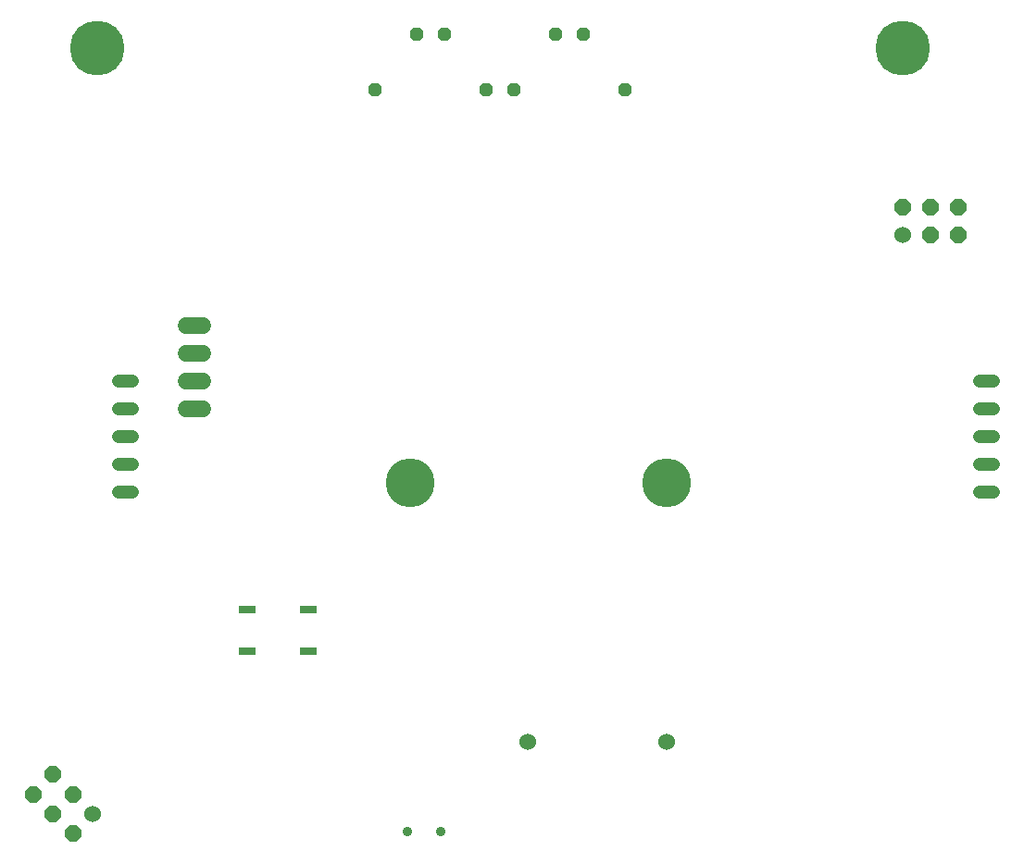
<source format=gbr>
G04 EAGLE Gerber RS-274X export*
G75*
%MOMM*%
%FSLAX34Y34*%
%LPD*%
%INSoldermask Bottom*%
%IPPOS*%
%AMOC8*
5,1,8,0,0,1.08239X$1,22.5*%
G01*
%ADD10C,5.000000*%
%ADD11C,3.200000*%
%ADD12R,1.524000X0.762000*%
%ADD13C,1.219200*%
%ADD14C,0.900000*%
%ADD15C,1.524000*%
%ADD16C,4.470400*%
%ADD17C,1.524000*%
%ADD18P,1.319650X8X202.500000*%
%ADD19P,1.319650X8X22.500000*%
%ADD20P,1.649562X8X22.500000*%
%ADD21P,1.649562X8X157.500000*%


D10*
X76200Y736600D03*
X812800Y736600D03*
D11*
X361950Y339090D03*
X596900Y339090D03*
D12*
X213360Y184150D03*
X269240Y184150D03*
X213360Y222250D03*
X269240Y222250D03*
D13*
X882904Y431800D02*
X895096Y431800D01*
X895096Y406400D02*
X882904Y406400D01*
X882904Y381000D02*
X895096Y381000D01*
X895096Y355600D02*
X882904Y355600D01*
X882904Y330200D02*
X895096Y330200D01*
X107696Y330200D02*
X95504Y330200D01*
X95504Y355600D02*
X107696Y355600D01*
X107696Y381000D02*
X95504Y381000D01*
X95504Y406400D02*
X107696Y406400D01*
X107696Y431800D02*
X95504Y431800D01*
D14*
X359664Y19050D03*
X389636Y19050D03*
D15*
X596900Y101600D03*
X469900Y101600D03*
D16*
X596900Y338836D03*
X361950Y338836D03*
D17*
X172720Y482600D02*
X157480Y482600D01*
X157480Y457200D02*
X172720Y457200D01*
X172720Y431800D02*
X157480Y431800D01*
X157480Y406400D02*
X172720Y406400D01*
D18*
X431800Y698500D03*
X330200Y698500D03*
X558800Y698500D03*
X457200Y698500D03*
D19*
X368300Y749300D03*
X393700Y749300D03*
X495300Y749300D03*
X520700Y749300D03*
D15*
X812800Y565150D03*
D20*
X838200Y565150D03*
X863600Y565150D03*
X812800Y590550D03*
X838200Y590550D03*
X863600Y590550D03*
D15*
X71391Y35470D03*
D21*
X53430Y53430D03*
X35470Y71391D03*
X53430Y17509D03*
X35470Y35470D03*
X17509Y53430D03*
M02*

</source>
